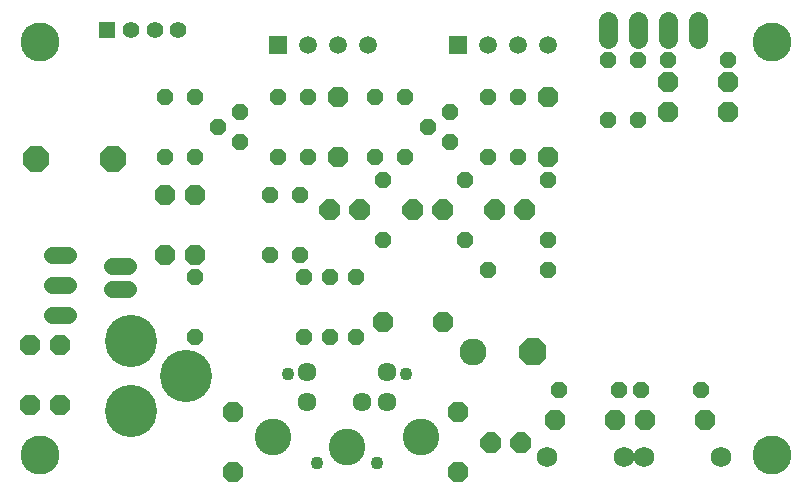
<source format=gbs>
G75*
%MOIN*%
%OFA0B0*%
%FSLAX25Y25*%
%IPPOS*%
%LPD*%
%AMOC8*
5,1,8,0,0,1.08239X$1,22.5*
%
%ADD10OC8,0.06700*%
%ADD11C,0.05600*%
%ADD12R,0.05943X0.05943*%
%ADD13C,0.05943*%
%ADD14R,0.05550X0.05550*%
%ADD15C,0.05550*%
%ADD16C,0.17400*%
%ADD17C,0.06400*%
%ADD18OC8,0.07000*%
%ADD19OC8,0.05600*%
%ADD20OC8,0.08900*%
%ADD21C,0.06896*%
%ADD22C,0.05550*%
%ADD23C,0.12211*%
%ADD24C,0.04337*%
%ADD25C,0.06337*%
%ADD26C,0.12998*%
%ADD27C,0.09000*%
%ADD28OC8,0.09000*%
D10*
X0127094Y0098933D03*
X0127094Y0118933D03*
X0177094Y0148933D03*
X0197094Y0148933D03*
X0202094Y0118933D03*
X0202094Y0098933D03*
X0234594Y0116433D03*
X0254594Y0116433D03*
X0264594Y0116433D03*
X0284594Y0116433D03*
X0232094Y0203933D03*
X0232094Y0223933D03*
X0272094Y0218933D03*
X0272094Y0228933D03*
X0292094Y0228933D03*
X0292094Y0218933D03*
X0162094Y0223933D03*
X0162094Y0203933D03*
X0114594Y0191433D03*
X0104594Y0191433D03*
X0104594Y0171433D03*
X0114594Y0171433D03*
X0069594Y0141433D03*
X0059594Y0141433D03*
X0059594Y0121433D03*
X0069594Y0121433D03*
D11*
X0086994Y0160183D02*
X0092194Y0160183D01*
X0092194Y0167683D02*
X0086994Y0167683D01*
D12*
X0142094Y0241433D03*
X0202094Y0241433D03*
D13*
X0212094Y0241433D03*
X0222094Y0241433D03*
X0232094Y0241433D03*
X0172094Y0241433D03*
X0162094Y0241433D03*
X0152094Y0241433D03*
D14*
X0085283Y0246433D03*
D15*
X0093157Y0246433D03*
X0101031Y0246433D03*
X0108906Y0246433D03*
D16*
X0093157Y0142870D03*
X0111661Y0131059D03*
X0093157Y0119248D03*
D17*
X0252094Y0243433D02*
X0252094Y0249433D01*
X0262094Y0249433D02*
X0262094Y0243433D01*
X0272094Y0243433D02*
X0272094Y0249433D01*
X0282094Y0249433D02*
X0282094Y0243433D01*
D18*
X0224594Y0186433D03*
X0214594Y0186433D03*
X0197094Y0186433D03*
X0187094Y0186433D03*
X0169594Y0186433D03*
X0159594Y0186433D03*
X0213354Y0108618D03*
X0223354Y0108618D03*
D19*
X0235844Y0126433D03*
X0255844Y0126433D03*
X0263344Y0126433D03*
X0283344Y0126433D03*
X0232094Y0166433D03*
X0232094Y0176433D03*
X0212094Y0166433D03*
X0204594Y0176433D03*
X0204594Y0196433D03*
X0212094Y0203933D03*
X0222094Y0203933D03*
X0232094Y0196433D03*
X0252094Y0216433D03*
X0262094Y0216433D03*
X0262094Y0236433D03*
X0272094Y0236433D03*
X0252094Y0236433D03*
X0222094Y0223933D03*
X0212094Y0223933D03*
X0199594Y0218933D03*
X0192094Y0213933D03*
X0199594Y0208933D03*
X0184594Y0203933D03*
X0174594Y0203933D03*
X0177094Y0196433D03*
X0177094Y0176433D03*
X0168344Y0163933D03*
X0159594Y0163933D03*
X0150844Y0163933D03*
X0149594Y0171433D03*
X0139594Y0171433D03*
X0139594Y0191433D03*
X0149594Y0191433D03*
X0152094Y0203933D03*
X0142094Y0203933D03*
X0129594Y0208933D03*
X0122094Y0213933D03*
X0129594Y0218933D03*
X0142094Y0223933D03*
X0152094Y0223933D03*
X0174594Y0223933D03*
X0184594Y0223933D03*
X0114594Y0223933D03*
X0104594Y0223933D03*
X0104594Y0203933D03*
X0114594Y0203933D03*
X0114594Y0163933D03*
X0114594Y0143933D03*
X0150844Y0143933D03*
X0159594Y0143933D03*
X0168344Y0143933D03*
X0292094Y0236433D03*
D20*
X0087099Y0203323D03*
X0061499Y0203323D03*
D21*
X0231799Y0103933D03*
X0257390Y0103933D03*
X0264299Y0103933D03*
X0289890Y0103933D03*
D22*
X0072169Y0151433D02*
X0067020Y0151433D01*
X0067020Y0161433D02*
X0072169Y0161433D01*
X0072169Y0171433D02*
X0067020Y0171433D01*
D23*
X0140598Y0110587D03*
X0165205Y0107437D03*
X0189811Y0110587D03*
D24*
X0175047Y0101925D03*
X0155362Y0101925D03*
X0145520Y0131846D03*
X0184890Y0131846D03*
D25*
X0178591Y0132240D03*
X0178591Y0122398D03*
X0170323Y0122398D03*
X0151819Y0122398D03*
X0151819Y0132240D03*
D26*
X0062843Y0104681D03*
X0062843Y0242476D03*
X0306937Y0242476D03*
X0306937Y0104681D03*
D27*
X0207094Y0138933D03*
D28*
X0227094Y0138933D03*
M02*

</source>
